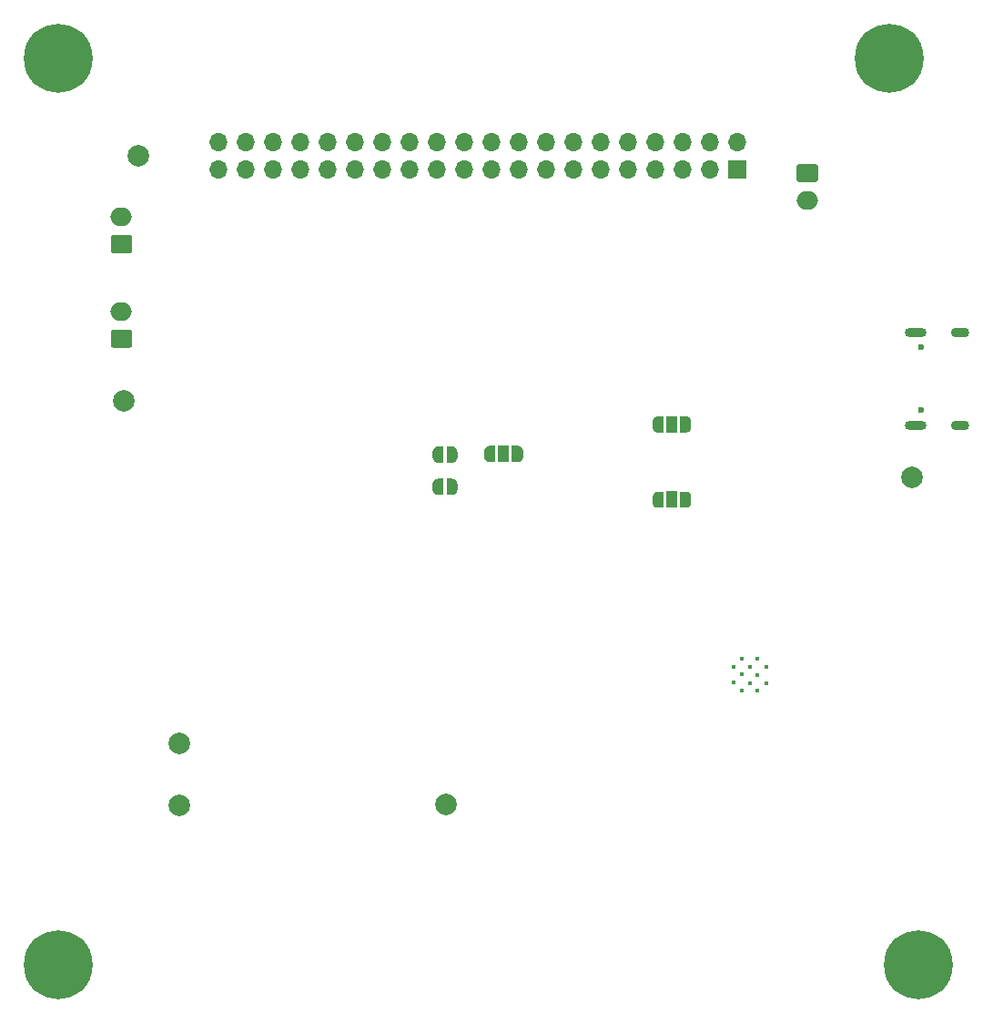
<source format=gbr>
G04 #@! TF.GenerationSoftware,KiCad,Pcbnew,(5.1.9)-1*
G04 #@! TF.CreationDate,2021-06-08T10:33:40+02:00*
G04 #@! TF.ProjectId,DynaQube,44796e61-5175-4626-952e-6b696361645f,v1.2*
G04 #@! TF.SameCoordinates,Original*
G04 #@! TF.FileFunction,Soldermask,Bot*
G04 #@! TF.FilePolarity,Negative*
%FSLAX46Y46*%
G04 Gerber Fmt 4.6, Leading zero omitted, Abs format (unit mm)*
G04 Created by KiCad (PCBNEW (5.1.9)-1) date 2021-06-08 10:33:40*
%MOMM*%
%LPD*%
G01*
G04 APERTURE LIST*
%ADD10R,1.000000X1.500000*%
%ADD11C,0.100000*%
%ADD12O,1.700000X1.700000*%
%ADD13R,1.700000X1.700000*%
%ADD14C,2.000000*%
%ADD15O,2.000000X1.700000*%
%ADD16C,0.400000*%
%ADD17C,0.600000*%
%ADD18O,1.700000X0.900000*%
%ADD19O,2.000000X0.900000*%
%ADD20C,6.400000*%
G04 APERTURE END LIST*
D10*
X89200000Y-93350000D03*
D11*
G36*
X87900000Y-94099398D02*
G01*
X87875466Y-94099398D01*
X87826635Y-94094588D01*
X87778510Y-94085016D01*
X87731555Y-94070772D01*
X87686222Y-94051995D01*
X87642949Y-94028864D01*
X87602150Y-94001604D01*
X87564221Y-93970476D01*
X87529524Y-93935779D01*
X87498396Y-93897850D01*
X87471136Y-93857051D01*
X87448005Y-93813778D01*
X87429228Y-93768445D01*
X87414984Y-93721490D01*
X87405412Y-93673365D01*
X87400602Y-93624534D01*
X87400602Y-93600000D01*
X87400000Y-93600000D01*
X87400000Y-93100000D01*
X87400602Y-93100000D01*
X87400602Y-93075466D01*
X87405412Y-93026635D01*
X87414984Y-92978510D01*
X87429228Y-92931555D01*
X87448005Y-92886222D01*
X87471136Y-92842949D01*
X87498396Y-92802150D01*
X87529524Y-92764221D01*
X87564221Y-92729524D01*
X87602150Y-92698396D01*
X87642949Y-92671136D01*
X87686222Y-92648005D01*
X87731555Y-92629228D01*
X87778510Y-92614984D01*
X87826635Y-92605412D01*
X87875466Y-92600602D01*
X87900000Y-92600602D01*
X87900000Y-92600000D01*
X88450000Y-92600000D01*
X88450000Y-94100000D01*
X87900000Y-94100000D01*
X87900000Y-94099398D01*
G37*
G36*
X89950000Y-92600000D02*
G01*
X90500000Y-92600000D01*
X90500000Y-92600602D01*
X90524534Y-92600602D01*
X90573365Y-92605412D01*
X90621490Y-92614984D01*
X90668445Y-92629228D01*
X90713778Y-92648005D01*
X90757051Y-92671136D01*
X90797850Y-92698396D01*
X90835779Y-92729524D01*
X90870476Y-92764221D01*
X90901604Y-92802150D01*
X90928864Y-92842949D01*
X90951995Y-92886222D01*
X90970772Y-92931555D01*
X90985016Y-92978510D01*
X90994588Y-93026635D01*
X90999398Y-93075466D01*
X90999398Y-93100000D01*
X91000000Y-93100000D01*
X91000000Y-93600000D01*
X90999398Y-93600000D01*
X90999398Y-93624534D01*
X90994588Y-93673365D01*
X90985016Y-93721490D01*
X90970772Y-93768445D01*
X90951995Y-93813778D01*
X90928864Y-93857051D01*
X90901604Y-93897850D01*
X90870476Y-93935779D01*
X90835779Y-93970476D01*
X90797850Y-94001604D01*
X90757051Y-94028864D01*
X90713778Y-94051995D01*
X90668445Y-94070772D01*
X90621490Y-94085016D01*
X90573365Y-94094588D01*
X90524534Y-94099398D01*
X90500000Y-94099398D01*
X90500000Y-94100000D01*
X89950000Y-94100000D01*
X89950000Y-92600000D01*
G37*
D10*
X89200000Y-86350000D03*
D11*
G36*
X87900000Y-87099398D02*
G01*
X87875466Y-87099398D01*
X87826635Y-87094588D01*
X87778510Y-87085016D01*
X87731555Y-87070772D01*
X87686222Y-87051995D01*
X87642949Y-87028864D01*
X87602150Y-87001604D01*
X87564221Y-86970476D01*
X87529524Y-86935779D01*
X87498396Y-86897850D01*
X87471136Y-86857051D01*
X87448005Y-86813778D01*
X87429228Y-86768445D01*
X87414984Y-86721490D01*
X87405412Y-86673365D01*
X87400602Y-86624534D01*
X87400602Y-86600000D01*
X87400000Y-86600000D01*
X87400000Y-86100000D01*
X87400602Y-86100000D01*
X87400602Y-86075466D01*
X87405412Y-86026635D01*
X87414984Y-85978510D01*
X87429228Y-85931555D01*
X87448005Y-85886222D01*
X87471136Y-85842949D01*
X87498396Y-85802150D01*
X87529524Y-85764221D01*
X87564221Y-85729524D01*
X87602150Y-85698396D01*
X87642949Y-85671136D01*
X87686222Y-85648005D01*
X87731555Y-85629228D01*
X87778510Y-85614984D01*
X87826635Y-85605412D01*
X87875466Y-85600602D01*
X87900000Y-85600602D01*
X87900000Y-85600000D01*
X88450000Y-85600000D01*
X88450000Y-87100000D01*
X87900000Y-87100000D01*
X87900000Y-87099398D01*
G37*
G36*
X89950000Y-85600000D02*
G01*
X90500000Y-85600000D01*
X90500000Y-85600602D01*
X90524534Y-85600602D01*
X90573365Y-85605412D01*
X90621490Y-85614984D01*
X90668445Y-85629228D01*
X90713778Y-85648005D01*
X90757051Y-85671136D01*
X90797850Y-85698396D01*
X90835779Y-85729524D01*
X90870476Y-85764221D01*
X90901604Y-85802150D01*
X90928864Y-85842949D01*
X90951995Y-85886222D01*
X90970772Y-85931555D01*
X90985016Y-85978510D01*
X90994588Y-86026635D01*
X90999398Y-86075466D01*
X90999398Y-86100000D01*
X91000000Y-86100000D01*
X91000000Y-86600000D01*
X90999398Y-86600000D01*
X90999398Y-86624534D01*
X90994588Y-86673365D01*
X90985016Y-86721490D01*
X90970772Y-86768445D01*
X90951995Y-86813778D01*
X90928864Y-86857051D01*
X90901604Y-86897850D01*
X90870476Y-86935779D01*
X90835779Y-86970476D01*
X90797850Y-87001604D01*
X90757051Y-87028864D01*
X90713778Y-87051995D01*
X90668445Y-87070772D01*
X90621490Y-87085016D01*
X90573365Y-87094588D01*
X90524534Y-87099398D01*
X90500000Y-87099398D01*
X90500000Y-87100000D01*
X89950000Y-87100000D01*
X89950000Y-85600000D01*
G37*
G36*
X67450000Y-89899398D02*
G01*
X67425466Y-89899398D01*
X67376635Y-89894588D01*
X67328510Y-89885016D01*
X67281555Y-89870772D01*
X67236222Y-89851995D01*
X67192949Y-89828864D01*
X67152150Y-89801604D01*
X67114221Y-89770476D01*
X67079524Y-89735779D01*
X67048396Y-89697850D01*
X67021136Y-89657051D01*
X66998005Y-89613778D01*
X66979228Y-89568445D01*
X66964984Y-89521490D01*
X66955412Y-89473365D01*
X66950602Y-89424534D01*
X66950602Y-89400000D01*
X66950000Y-89400000D01*
X66950000Y-88900000D01*
X66950602Y-88900000D01*
X66950602Y-88875466D01*
X66955412Y-88826635D01*
X66964984Y-88778510D01*
X66979228Y-88731555D01*
X66998005Y-88686222D01*
X67021136Y-88642949D01*
X67048396Y-88602150D01*
X67079524Y-88564221D01*
X67114221Y-88529524D01*
X67152150Y-88498396D01*
X67192949Y-88471136D01*
X67236222Y-88448005D01*
X67281555Y-88429228D01*
X67328510Y-88414984D01*
X67376635Y-88405412D01*
X67425466Y-88400602D01*
X67450000Y-88400602D01*
X67450000Y-88400000D01*
X67950000Y-88400000D01*
X67950000Y-89900000D01*
X67450000Y-89900000D01*
X67450000Y-89899398D01*
G37*
G36*
X68250000Y-88400000D02*
G01*
X68750000Y-88400000D01*
X68750000Y-88400602D01*
X68774534Y-88400602D01*
X68823365Y-88405412D01*
X68871490Y-88414984D01*
X68918445Y-88429228D01*
X68963778Y-88448005D01*
X69007051Y-88471136D01*
X69047850Y-88498396D01*
X69085779Y-88529524D01*
X69120476Y-88564221D01*
X69151604Y-88602150D01*
X69178864Y-88642949D01*
X69201995Y-88686222D01*
X69220772Y-88731555D01*
X69235016Y-88778510D01*
X69244588Y-88826635D01*
X69249398Y-88875466D01*
X69249398Y-88900000D01*
X69250000Y-88900000D01*
X69250000Y-89400000D01*
X69249398Y-89400000D01*
X69249398Y-89424534D01*
X69244588Y-89473365D01*
X69235016Y-89521490D01*
X69220772Y-89568445D01*
X69201995Y-89613778D01*
X69178864Y-89657051D01*
X69151604Y-89697850D01*
X69120476Y-89735779D01*
X69085779Y-89770476D01*
X69047850Y-89801604D01*
X69007051Y-89828864D01*
X68963778Y-89851995D01*
X68918445Y-89870772D01*
X68871490Y-89885016D01*
X68823365Y-89894588D01*
X68774534Y-89899398D01*
X68750000Y-89899398D01*
X68750000Y-89900000D01*
X68250000Y-89900000D01*
X68250000Y-88400000D01*
G37*
G36*
X68750000Y-91400602D02*
G01*
X68774534Y-91400602D01*
X68823365Y-91405412D01*
X68871490Y-91414984D01*
X68918445Y-91429228D01*
X68963778Y-91448005D01*
X69007051Y-91471136D01*
X69047850Y-91498396D01*
X69085779Y-91529524D01*
X69120476Y-91564221D01*
X69151604Y-91602150D01*
X69178864Y-91642949D01*
X69201995Y-91686222D01*
X69220772Y-91731555D01*
X69235016Y-91778510D01*
X69244588Y-91826635D01*
X69249398Y-91875466D01*
X69249398Y-91900000D01*
X69250000Y-91900000D01*
X69250000Y-92400000D01*
X69249398Y-92400000D01*
X69249398Y-92424534D01*
X69244588Y-92473365D01*
X69235016Y-92521490D01*
X69220772Y-92568445D01*
X69201995Y-92613778D01*
X69178864Y-92657051D01*
X69151604Y-92697850D01*
X69120476Y-92735779D01*
X69085779Y-92770476D01*
X69047850Y-92801604D01*
X69007051Y-92828864D01*
X68963778Y-92851995D01*
X68918445Y-92870772D01*
X68871490Y-92885016D01*
X68823365Y-92894588D01*
X68774534Y-92899398D01*
X68750000Y-92899398D01*
X68750000Y-92900000D01*
X68250000Y-92900000D01*
X68250000Y-91400000D01*
X68750000Y-91400000D01*
X68750000Y-91400602D01*
G37*
G36*
X67950000Y-92900000D02*
G01*
X67450000Y-92900000D01*
X67450000Y-92899398D01*
X67425466Y-92899398D01*
X67376635Y-92894588D01*
X67328510Y-92885016D01*
X67281555Y-92870772D01*
X67236222Y-92851995D01*
X67192949Y-92828864D01*
X67152150Y-92801604D01*
X67114221Y-92770476D01*
X67079524Y-92735779D01*
X67048396Y-92697850D01*
X67021136Y-92657051D01*
X66998005Y-92613778D01*
X66979228Y-92568445D01*
X66964984Y-92521490D01*
X66955412Y-92473365D01*
X66950602Y-92424534D01*
X66950602Y-92400000D01*
X66950000Y-92400000D01*
X66950000Y-91900000D01*
X66950602Y-91900000D01*
X66950602Y-91875466D01*
X66955412Y-91826635D01*
X66964984Y-91778510D01*
X66979228Y-91731555D01*
X66998005Y-91686222D01*
X67021136Y-91642949D01*
X67048396Y-91602150D01*
X67079524Y-91564221D01*
X67114221Y-91529524D01*
X67152150Y-91498396D01*
X67192949Y-91471136D01*
X67236222Y-91448005D01*
X67281555Y-91429228D01*
X67328510Y-91414984D01*
X67376635Y-91405412D01*
X67425466Y-91400602D01*
X67450000Y-91400602D01*
X67450000Y-91400000D01*
X67950000Y-91400000D01*
X67950000Y-92900000D01*
G37*
D10*
X73550000Y-89100000D03*
D11*
G36*
X74850000Y-88350602D02*
G01*
X74874534Y-88350602D01*
X74923365Y-88355412D01*
X74971490Y-88364984D01*
X75018445Y-88379228D01*
X75063778Y-88398005D01*
X75107051Y-88421136D01*
X75147850Y-88448396D01*
X75185779Y-88479524D01*
X75220476Y-88514221D01*
X75251604Y-88552150D01*
X75278864Y-88592949D01*
X75301995Y-88636222D01*
X75320772Y-88681555D01*
X75335016Y-88728510D01*
X75344588Y-88776635D01*
X75349398Y-88825466D01*
X75349398Y-88850000D01*
X75350000Y-88850000D01*
X75350000Y-89350000D01*
X75349398Y-89350000D01*
X75349398Y-89374534D01*
X75344588Y-89423365D01*
X75335016Y-89471490D01*
X75320772Y-89518445D01*
X75301995Y-89563778D01*
X75278864Y-89607051D01*
X75251604Y-89647850D01*
X75220476Y-89685779D01*
X75185779Y-89720476D01*
X75147850Y-89751604D01*
X75107051Y-89778864D01*
X75063778Y-89801995D01*
X75018445Y-89820772D01*
X74971490Y-89835016D01*
X74923365Y-89844588D01*
X74874534Y-89849398D01*
X74850000Y-89849398D01*
X74850000Y-89850000D01*
X74300000Y-89850000D01*
X74300000Y-88350000D01*
X74850000Y-88350000D01*
X74850000Y-88350602D01*
G37*
G36*
X72800000Y-89850000D02*
G01*
X72250000Y-89850000D01*
X72250000Y-89849398D01*
X72225466Y-89849398D01*
X72176635Y-89844588D01*
X72128510Y-89835016D01*
X72081555Y-89820772D01*
X72036222Y-89801995D01*
X71992949Y-89778864D01*
X71952150Y-89751604D01*
X71914221Y-89720476D01*
X71879524Y-89685779D01*
X71848396Y-89647850D01*
X71821136Y-89607051D01*
X71798005Y-89563778D01*
X71779228Y-89518445D01*
X71764984Y-89471490D01*
X71755412Y-89423365D01*
X71750602Y-89374534D01*
X71750602Y-89350000D01*
X71750000Y-89350000D01*
X71750000Y-88850000D01*
X71750602Y-88850000D01*
X71750602Y-88825466D01*
X71755412Y-88776635D01*
X71764984Y-88728510D01*
X71779228Y-88681555D01*
X71798005Y-88636222D01*
X71821136Y-88592949D01*
X71848396Y-88552150D01*
X71879524Y-88514221D01*
X71914221Y-88479524D01*
X71952150Y-88448396D01*
X71992949Y-88421136D01*
X72036222Y-88398005D01*
X72081555Y-88379228D01*
X72128510Y-88364984D01*
X72176635Y-88355412D01*
X72225466Y-88350602D01*
X72250000Y-88350602D01*
X72250000Y-88350000D01*
X72800000Y-88350000D01*
X72800000Y-89850000D01*
G37*
D12*
X47000000Y-60150000D03*
X47000000Y-62690000D03*
X49540000Y-60150000D03*
X49540000Y-62690000D03*
X52080000Y-60150000D03*
X52080000Y-62690000D03*
X54620000Y-60150000D03*
X54620000Y-62690000D03*
X57160000Y-60150000D03*
X57160000Y-62690000D03*
X59700000Y-60150000D03*
X59700000Y-62690000D03*
X62240000Y-60150000D03*
X62240000Y-62690000D03*
X64780000Y-60150000D03*
X64780000Y-62690000D03*
X67320000Y-60150000D03*
X67320000Y-62690000D03*
X69860000Y-60150000D03*
X69860000Y-62690000D03*
X72400000Y-60150000D03*
X72400000Y-62690000D03*
X74940000Y-60150000D03*
X74940000Y-62690000D03*
X77480000Y-60150000D03*
X77480000Y-62690000D03*
X80020000Y-60150000D03*
X80020000Y-62690000D03*
X82560000Y-60150000D03*
X82560000Y-62690000D03*
X85100000Y-60150000D03*
X85100000Y-62690000D03*
X87640000Y-60150000D03*
X87640000Y-62690000D03*
X90180000Y-60150000D03*
X90180000Y-62690000D03*
X92720000Y-60150000D03*
X92720000Y-62690000D03*
X95260000Y-60150000D03*
D13*
X95260000Y-62690000D03*
D14*
X38200000Y-84200000D03*
X39600000Y-61400000D03*
D15*
X101800000Y-65500000D03*
G36*
G01*
X101050000Y-62150000D02*
X102550000Y-62150000D01*
G75*
G02*
X102800000Y-62400000I0J-250000D01*
G01*
X102800000Y-63600000D01*
G75*
G02*
X102550000Y-63850000I-250000J0D01*
G01*
X101050000Y-63850000D01*
G75*
G02*
X100800000Y-63600000I0J250000D01*
G01*
X100800000Y-62400000D01*
G75*
G02*
X101050000Y-62150000I250000J0D01*
G01*
G37*
D16*
X95693200Y-109573200D03*
X97166400Y-109624000D03*
X96506000Y-110386000D03*
X96455200Y-108862000D03*
X95693200Y-108100000D03*
X94982000Y-108862000D03*
X94982000Y-110335200D03*
X95693200Y-111097200D03*
X97166400Y-111097200D03*
X97979200Y-110386000D03*
X97979200Y-108862000D03*
X97166400Y-108100000D03*
D14*
X68200000Y-121700000D03*
D17*
X112350000Y-84990000D03*
X112350000Y-79210000D03*
D18*
X116040000Y-77780000D03*
X116040000Y-86420000D03*
D19*
X111870000Y-77780000D03*
X111870000Y-86420000D03*
D14*
X111500000Y-91300000D03*
D15*
X38000000Y-75900000D03*
G36*
G01*
X38750000Y-79250000D02*
X37250000Y-79250000D01*
G75*
G02*
X37000000Y-79000000I0J250000D01*
G01*
X37000000Y-77800000D01*
G75*
G02*
X37250000Y-77550000I250000J0D01*
G01*
X38750000Y-77550000D01*
G75*
G02*
X39000000Y-77800000I0J-250000D01*
G01*
X39000000Y-79000000D01*
G75*
G02*
X38750000Y-79250000I-250000J0D01*
G01*
G37*
X38000000Y-67100000D03*
G36*
G01*
X38750000Y-70450000D02*
X37250000Y-70450000D01*
G75*
G02*
X37000000Y-70200000I0J250000D01*
G01*
X37000000Y-69000000D01*
G75*
G02*
X37250000Y-68750000I250000J0D01*
G01*
X38750000Y-68750000D01*
G75*
G02*
X39000000Y-69000000I0J-250000D01*
G01*
X39000000Y-70200000D01*
G75*
G02*
X38750000Y-70450000I-250000J0D01*
G01*
G37*
D14*
X43400000Y-116000000D03*
X43350000Y-121750000D03*
D20*
X32100000Y-52350000D03*
X32130000Y-136600000D03*
X112150000Y-136610000D03*
X109400000Y-52350000D03*
M02*

</source>
